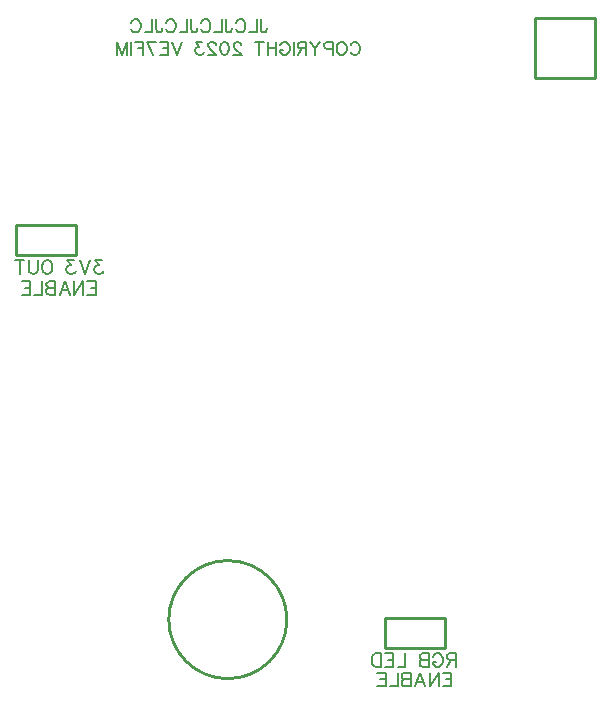
<source format=gbo>
G04 Layer: BottomSilkscreenLayer*
G04 EasyEDA v6.5.29, 2023-07-09 12:27:17*
G04 4395022f8ddd444ca6db71cecef0689e,5a6b42c53f6a479593ecc07194224c93,10*
G04 Gerber Generator version 0.2*
G04 Scale: 100 percent, Rotated: No, Reflected: No *
G04 Dimensions in millimeters *
G04 leading zeros omitted , absolute positions ,4 integer and 5 decimal *
%FSLAX45Y45*%
%MOMM*%

%ADD10C,0.1520*%
%ADD11C,0.1524*%
%ADD12C,0.2540*%

%LPD*%
D10*
X2119744Y5703338D02*
G01*
X2119744Y5620212D01*
X2124941Y5604624D01*
X2130135Y5599429D01*
X2140526Y5594235D01*
X2150917Y5594235D01*
X2161308Y5599429D01*
X2166505Y5604624D01*
X2171700Y5620212D01*
X2171700Y5630603D01*
X2085454Y5703338D02*
G01*
X2085454Y5594235D01*
X2085454Y5594235D02*
G01*
X2023109Y5594235D01*
X1910887Y5677362D02*
G01*
X1916084Y5687753D01*
X1926475Y5698144D01*
X1936864Y5703338D01*
X1957646Y5703338D01*
X1968037Y5698144D01*
X1978428Y5687753D01*
X1983625Y5677362D01*
X1988820Y5661774D01*
X1988820Y5635797D01*
X1983625Y5620212D01*
X1978428Y5609821D01*
X1968037Y5599429D01*
X1957646Y5594235D01*
X1936864Y5594235D01*
X1926475Y5599429D01*
X1916084Y5609821D01*
X1910887Y5620212D01*
X1824644Y5703338D02*
G01*
X1824644Y5620212D01*
X1829838Y5604624D01*
X1835035Y5599429D01*
X1845424Y5594235D01*
X1855815Y5594235D01*
X1866206Y5599429D01*
X1871403Y5604624D01*
X1876597Y5620212D01*
X1876597Y5630603D01*
X1790354Y5703338D02*
G01*
X1790354Y5594235D01*
X1790354Y5594235D02*
G01*
X1728007Y5594235D01*
X1615785Y5677362D02*
G01*
X1620982Y5687753D01*
X1631373Y5698144D01*
X1641764Y5703338D01*
X1662544Y5703338D01*
X1672935Y5698144D01*
X1683326Y5687753D01*
X1688523Y5677362D01*
X1693717Y5661774D01*
X1693717Y5635797D01*
X1688523Y5620212D01*
X1683326Y5609821D01*
X1672935Y5599429D01*
X1662544Y5594235D01*
X1641764Y5594235D01*
X1631373Y5599429D01*
X1620982Y5609821D01*
X1615785Y5620212D01*
X1529542Y5703338D02*
G01*
X1529542Y5620212D01*
X1534736Y5604624D01*
X1539933Y5599429D01*
X1550324Y5594235D01*
X1560715Y5594235D01*
X1571104Y5599429D01*
X1576301Y5604624D01*
X1581495Y5620212D01*
X1581495Y5630603D01*
X1495252Y5703338D02*
G01*
X1495252Y5594235D01*
X1495252Y5594235D02*
G01*
X1432905Y5594235D01*
X1320685Y5677362D02*
G01*
X1325879Y5687753D01*
X1336271Y5698144D01*
X1346662Y5703338D01*
X1367444Y5703338D01*
X1377835Y5698144D01*
X1388224Y5687753D01*
X1393421Y5677362D01*
X1398615Y5661774D01*
X1398615Y5635797D01*
X1393421Y5620212D01*
X1388224Y5609821D01*
X1377835Y5599429D01*
X1367444Y5594235D01*
X1346662Y5594235D01*
X1336271Y5599429D01*
X1325879Y5609821D01*
X1320685Y5620212D01*
X1234439Y5703338D02*
G01*
X1234439Y5620212D01*
X1239634Y5604624D01*
X1244831Y5599429D01*
X1255222Y5594235D01*
X1265613Y5594235D01*
X1276004Y5599429D01*
X1281198Y5604624D01*
X1286395Y5620212D01*
X1286395Y5630603D01*
X1200150Y5703338D02*
G01*
X1200150Y5594235D01*
X1200150Y5594235D02*
G01*
X1137805Y5594235D01*
X1025583Y5677362D02*
G01*
X1030777Y5687753D01*
X1041168Y5698144D01*
X1051560Y5703338D01*
X1072342Y5703338D01*
X1082733Y5698144D01*
X1093124Y5687753D01*
X1098318Y5677362D01*
X1103515Y5661774D01*
X1103515Y5635797D01*
X1098318Y5620212D01*
X1093124Y5609821D01*
X1082733Y5599429D01*
X1072342Y5594235D01*
X1051560Y5594235D01*
X1041168Y5599429D01*
X1030777Y5609821D01*
X1025583Y5620212D01*
D11*
X2881167Y5486862D02*
G01*
X2886364Y5497253D01*
X2896755Y5507644D01*
X2907144Y5512838D01*
X2927926Y5512838D01*
X2938317Y5507644D01*
X2948708Y5497253D01*
X2953905Y5486862D01*
X2959100Y5471274D01*
X2959100Y5445297D01*
X2953905Y5429712D01*
X2948708Y5419321D01*
X2938317Y5408929D01*
X2927926Y5403735D01*
X2907144Y5403735D01*
X2896755Y5408929D01*
X2886364Y5419321D01*
X2881167Y5429712D01*
X2815704Y5512838D02*
G01*
X2826095Y5507644D01*
X2836486Y5497253D01*
X2841683Y5486862D01*
X2846877Y5471274D01*
X2846877Y5445297D01*
X2841683Y5429712D01*
X2836486Y5419321D01*
X2826095Y5408929D01*
X2815704Y5403735D01*
X2794924Y5403735D01*
X2784533Y5408929D01*
X2774142Y5419321D01*
X2768945Y5429712D01*
X2763751Y5445297D01*
X2763751Y5471274D01*
X2768945Y5486862D01*
X2774142Y5497253D01*
X2784533Y5507644D01*
X2794924Y5512838D01*
X2815704Y5512838D01*
X2729461Y5512838D02*
G01*
X2729461Y5403735D01*
X2729461Y5512838D02*
G01*
X2682702Y5512838D01*
X2667114Y5507644D01*
X2661920Y5502447D01*
X2656725Y5492056D01*
X2656725Y5476471D01*
X2661920Y5466079D01*
X2667114Y5460885D01*
X2682702Y5455688D01*
X2729461Y5455688D01*
X2622435Y5512838D02*
G01*
X2580871Y5460885D01*
X2580871Y5403735D01*
X2539306Y5512838D02*
G01*
X2580871Y5460885D01*
X2505016Y5512838D02*
G01*
X2505016Y5403735D01*
X2505016Y5512838D02*
G01*
X2458257Y5512838D01*
X2442672Y5507644D01*
X2437475Y5502447D01*
X2432281Y5492056D01*
X2432281Y5481665D01*
X2437475Y5471274D01*
X2442672Y5466079D01*
X2458257Y5460885D01*
X2505016Y5460885D01*
X2468648Y5460885D02*
G01*
X2432281Y5403735D01*
X2397991Y5512838D02*
G01*
X2397991Y5403735D01*
X2285768Y5486862D02*
G01*
X2290965Y5497253D01*
X2301354Y5507644D01*
X2311745Y5512838D01*
X2332527Y5512838D01*
X2342918Y5507644D01*
X2353309Y5497253D01*
X2358504Y5486862D01*
X2363701Y5471274D01*
X2363701Y5445297D01*
X2358504Y5429712D01*
X2353309Y5419321D01*
X2342918Y5408929D01*
X2332527Y5403735D01*
X2311745Y5403735D01*
X2301354Y5408929D01*
X2290965Y5419321D01*
X2285768Y5429712D01*
X2285768Y5445297D01*
X2311745Y5445297D02*
G01*
X2285768Y5445297D01*
X2251478Y5512838D02*
G01*
X2251478Y5403735D01*
X2178743Y5512838D02*
G01*
X2178743Y5403735D01*
X2251478Y5460885D02*
G01*
X2178743Y5460885D01*
X2108085Y5512838D02*
G01*
X2108085Y5403735D01*
X2144453Y5512838D02*
G01*
X2071715Y5512838D01*
X1952221Y5486862D02*
G01*
X1952221Y5492056D01*
X1947024Y5502447D01*
X1941829Y5507644D01*
X1931438Y5512838D01*
X1910656Y5512838D01*
X1900265Y5507644D01*
X1895071Y5502447D01*
X1889874Y5492056D01*
X1889874Y5481665D01*
X1895071Y5471274D01*
X1905462Y5455688D01*
X1957415Y5403735D01*
X1884679Y5403735D01*
X1819216Y5512838D02*
G01*
X1834804Y5507644D01*
X1845195Y5492056D01*
X1850389Y5466079D01*
X1850389Y5450494D01*
X1845195Y5424515D01*
X1834804Y5408929D01*
X1819216Y5403735D01*
X1808825Y5403735D01*
X1793239Y5408929D01*
X1782848Y5424515D01*
X1777654Y5450494D01*
X1777654Y5466079D01*
X1782848Y5492056D01*
X1793239Y5507644D01*
X1808825Y5512838D01*
X1819216Y5512838D01*
X1738167Y5486862D02*
G01*
X1738167Y5492056D01*
X1732973Y5502447D01*
X1727776Y5507644D01*
X1717385Y5512838D01*
X1696605Y5512838D01*
X1686214Y5507644D01*
X1681017Y5502447D01*
X1675823Y5492056D01*
X1675823Y5481665D01*
X1681017Y5471274D01*
X1691408Y5455688D01*
X1743364Y5403735D01*
X1670626Y5403735D01*
X1625945Y5512838D02*
G01*
X1568795Y5512838D01*
X1599968Y5471274D01*
X1584383Y5471274D01*
X1573992Y5466079D01*
X1568795Y5460885D01*
X1563601Y5445297D01*
X1563601Y5434906D01*
X1568795Y5419321D01*
X1579186Y5408929D01*
X1594774Y5403735D01*
X1610360Y5403735D01*
X1625945Y5408929D01*
X1631142Y5414124D01*
X1636336Y5424515D01*
X1449301Y5512838D02*
G01*
X1407736Y5403735D01*
X1366174Y5512838D02*
G01*
X1407736Y5403735D01*
X1331884Y5512838D02*
G01*
X1331884Y5403735D01*
X1331884Y5512838D02*
G01*
X1264343Y5512838D01*
X1331884Y5460885D02*
G01*
X1290320Y5460885D01*
X1331884Y5403735D02*
G01*
X1264343Y5403735D01*
X1157315Y5512838D02*
G01*
X1209271Y5403735D01*
X1230053Y5512838D02*
G01*
X1157315Y5512838D01*
X1123025Y5512838D02*
G01*
X1123025Y5403735D01*
X1123025Y5512838D02*
G01*
X1055484Y5512838D01*
X1123025Y5460885D02*
G01*
X1081463Y5460885D01*
X1021194Y5512838D02*
G01*
X1021194Y5403735D01*
X986904Y5512838D02*
G01*
X986904Y5403735D01*
X986904Y5512838D02*
G01*
X945342Y5403735D01*
X903777Y5512838D02*
G01*
X945342Y5403735D01*
X903777Y5512838D02*
G01*
X903777Y5403735D01*
X3771900Y336989D02*
G01*
X3771900Y222445D01*
X3771900Y336989D02*
G01*
X3722809Y336989D01*
X3706446Y331536D01*
X3700990Y326082D01*
X3695537Y315173D01*
X3695537Y304264D01*
X3700990Y293354D01*
X3706446Y287898D01*
X3722809Y282445D01*
X3771900Y282445D01*
X3733718Y282445D02*
G01*
X3695537Y222445D01*
X3577719Y309717D02*
G01*
X3583172Y320626D01*
X3594082Y331536D01*
X3604991Y336989D01*
X3626810Y336989D01*
X3637719Y331536D01*
X3648628Y320626D01*
X3654082Y309717D01*
X3659535Y293354D01*
X3659535Y266082D01*
X3654082Y249717D01*
X3648628Y238808D01*
X3637719Y227898D01*
X3626810Y222445D01*
X3604991Y222445D01*
X3594082Y227898D01*
X3583172Y238808D01*
X3577719Y249717D01*
X3577719Y266082D01*
X3604991Y266082D02*
G01*
X3577719Y266082D01*
X3541717Y336989D02*
G01*
X3541717Y222445D01*
X3541717Y336989D02*
G01*
X3492627Y336989D01*
X3476264Y331536D01*
X3470810Y326082D01*
X3465355Y315173D01*
X3465355Y304264D01*
X3470810Y293354D01*
X3476264Y287898D01*
X3492627Y282445D01*
X3541717Y282445D02*
G01*
X3492627Y282445D01*
X3476264Y276989D01*
X3470810Y271536D01*
X3465355Y260626D01*
X3465355Y244264D01*
X3470810Y233354D01*
X3476264Y227898D01*
X3492627Y222445D01*
X3541717Y222445D01*
X3345355Y336989D02*
G01*
X3345355Y222445D01*
X3345355Y222445D02*
G01*
X3279902Y222445D01*
X3243900Y336989D02*
G01*
X3243900Y222445D01*
X3243900Y336989D02*
G01*
X3172990Y336989D01*
X3243900Y282445D02*
G01*
X3200265Y282445D01*
X3243900Y222445D02*
G01*
X3172990Y222445D01*
X3136991Y336989D02*
G01*
X3136991Y222445D01*
X3136991Y336989D02*
G01*
X3098810Y336989D01*
X3082447Y331536D01*
X3071538Y320626D01*
X3066082Y309717D01*
X3060628Y293354D01*
X3060628Y266082D01*
X3066082Y249717D01*
X3071538Y238808D01*
X3082447Y227898D01*
X3098810Y222445D01*
X3136991Y222445D01*
X3733800Y171957D02*
G01*
X3733800Y57404D01*
X3733800Y171957D02*
G01*
X3662934Y171957D01*
X3733800Y117347D02*
G01*
X3690111Y117347D01*
X3733800Y57404D02*
G01*
X3662934Y57404D01*
X3626865Y171957D02*
G01*
X3626865Y57404D01*
X3626865Y171957D02*
G01*
X3550411Y57404D01*
X3550411Y171957D02*
G01*
X3550411Y57404D01*
X3470909Y171957D02*
G01*
X3514597Y57404D01*
X3470909Y171957D02*
G01*
X3427222Y57404D01*
X3498088Y95504D02*
G01*
X3443731Y95504D01*
X3391154Y171957D02*
G01*
X3391154Y57404D01*
X3391154Y171957D02*
G01*
X3342131Y171957D01*
X3325875Y166370D01*
X3320288Y161036D01*
X3314954Y150113D01*
X3314954Y139192D01*
X3320288Y128270D01*
X3325875Y122681D01*
X3342131Y117347D01*
X3391154Y117347D02*
G01*
X3342131Y117347D01*
X3325875Y112013D01*
X3320288Y106426D01*
X3314954Y95504D01*
X3314954Y79247D01*
X3320288Y68326D01*
X3325875Y62737D01*
X3342131Y57404D01*
X3391154Y57404D01*
X3278886Y171957D02*
G01*
X3278886Y57404D01*
X3278886Y57404D02*
G01*
X3213354Y57404D01*
X3177540Y171957D02*
G01*
X3177540Y57404D01*
X3177540Y171957D02*
G01*
X3106420Y171957D01*
X3177540Y117347D02*
G01*
X3133852Y117347D01*
X3177540Y57404D02*
G01*
X3106420Y57404D01*
X776490Y3664389D02*
G01*
X716490Y3664389D01*
X749218Y3620754D01*
X732853Y3620754D01*
X721946Y3615298D01*
X716490Y3609845D01*
X711037Y3593482D01*
X711037Y3582573D01*
X716490Y3566208D01*
X727400Y3555298D01*
X743762Y3549845D01*
X760128Y3549845D01*
X776490Y3555298D01*
X781946Y3560754D01*
X787400Y3571664D01*
X675035Y3664389D02*
G01*
X631400Y3549845D01*
X587763Y3664389D02*
G01*
X631400Y3549845D01*
X540854Y3664389D02*
G01*
X480855Y3664389D01*
X513582Y3620754D01*
X497217Y3620754D01*
X486310Y3615298D01*
X480855Y3609845D01*
X475401Y3593482D01*
X475401Y3582573D01*
X480855Y3566208D01*
X491764Y3555298D01*
X508127Y3549845D01*
X524492Y3549845D01*
X540854Y3555298D01*
X546310Y3560754D01*
X551764Y3571664D01*
X322673Y3664389D02*
G01*
X333583Y3658936D01*
X344492Y3648026D01*
X349945Y3637117D01*
X355401Y3620754D01*
X355401Y3593482D01*
X349945Y3577117D01*
X344492Y3566208D01*
X333583Y3555298D01*
X322673Y3549845D01*
X300855Y3549845D01*
X289946Y3555298D01*
X279036Y3566208D01*
X273583Y3577117D01*
X268127Y3593482D01*
X268127Y3620754D01*
X273583Y3637117D01*
X279036Y3648026D01*
X289946Y3658936D01*
X300855Y3664389D01*
X322673Y3664389D01*
X232128Y3664389D02*
G01*
X232128Y3582573D01*
X226674Y3566208D01*
X215765Y3555298D01*
X199400Y3549845D01*
X188490Y3549845D01*
X172128Y3555298D01*
X161218Y3566208D01*
X155765Y3582573D01*
X155765Y3664389D01*
X81582Y3664389D02*
G01*
X81582Y3549845D01*
X119766Y3664389D02*
G01*
X43400Y3664389D01*
X723900Y3486589D02*
G01*
X723900Y3372045D01*
X723900Y3486589D02*
G01*
X652990Y3486589D01*
X723900Y3432045D02*
G01*
X680262Y3432045D01*
X723900Y3372045D02*
G01*
X652990Y3372045D01*
X616991Y3486589D02*
G01*
X616991Y3372045D01*
X616991Y3486589D02*
G01*
X540628Y3372045D01*
X540628Y3486589D02*
G01*
X540628Y3372045D01*
X460992Y3486589D02*
G01*
X504626Y3372045D01*
X460992Y3486589D02*
G01*
X417355Y3372045D01*
X488264Y3410226D02*
G01*
X433717Y3410226D01*
X381355Y3486589D02*
G01*
X381355Y3372045D01*
X381355Y3486589D02*
G01*
X332265Y3486589D01*
X315899Y3481136D01*
X310446Y3475682D01*
X304990Y3464773D01*
X304990Y3453864D01*
X310446Y3442954D01*
X315899Y3437498D01*
X332265Y3432045D01*
X381355Y3432045D02*
G01*
X332265Y3432045D01*
X315899Y3426589D01*
X310446Y3421136D01*
X304990Y3410226D01*
X304990Y3393864D01*
X310446Y3382954D01*
X315899Y3377498D01*
X332265Y3372045D01*
X381355Y3372045D01*
X268991Y3486589D02*
G01*
X268991Y3372045D01*
X268991Y3372045D02*
G01*
X203537Y3372045D01*
X167538Y3486589D02*
G01*
X167538Y3372045D01*
X167538Y3486589D02*
G01*
X96629Y3486589D01*
X167538Y3432045D02*
G01*
X123901Y3432045D01*
X167538Y3372045D02*
G01*
X96629Y3372045D01*
D12*
X3683000Y635000D02*
G01*
X3683000Y381000D01*
X3175000Y381000D01*
X3175000Y635000D01*
X3683000Y635000D01*
X3683000Y381000D01*
X558800Y3962400D02*
G01*
X558800Y3708400D01*
X50800Y3708400D01*
X50800Y3962400D01*
X558800Y3962400D01*
X558800Y3708400D01*
G75*
G01
X2341499Y622300D02*
G03X2341499Y622300I-499999J0D01*
X4445000Y5715000D02*
G01*
X4953000Y5715000D01*
X4953000Y5207000D01*
X4445000Y5207000D01*
X4445000Y5715000D01*
M02*

</source>
